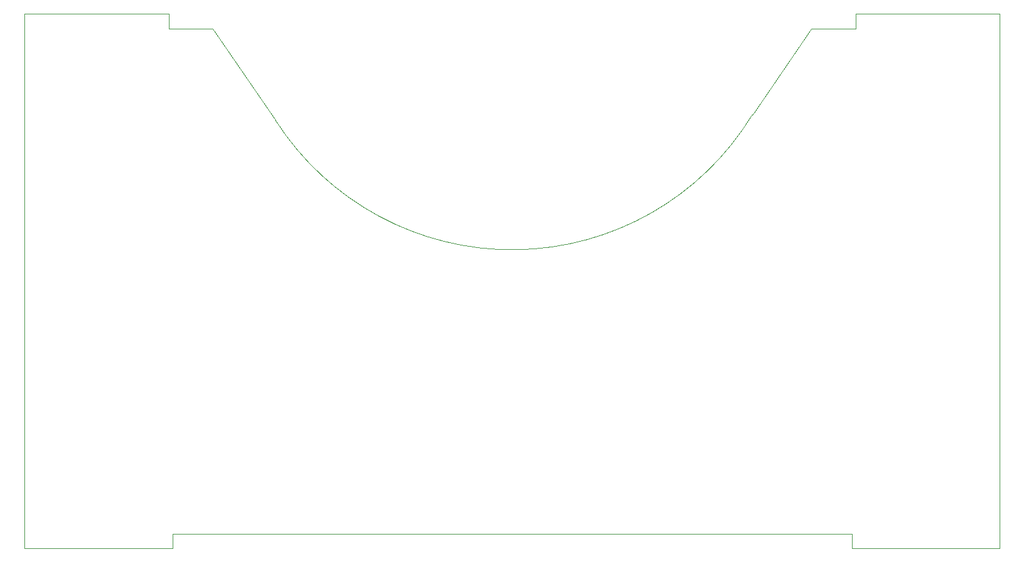
<source format=gbr>
%TF.GenerationSoftware,KiCad,Pcbnew,(5.1.10)-1*%
%TF.CreationDate,2021-05-15T16:46:54+02:00*%
%TF.ProjectId,fetap,66657461-702e-46b6-9963-61645f706362,rev?*%
%TF.SameCoordinates,Original*%
%TF.FileFunction,Profile,NP*%
%FSLAX46Y46*%
G04 Gerber Fmt 4.6, Leading zero omitted, Abs format (unit mm)*
G04 Created by KiCad (PCBNEW (5.1.10)-1) date 2021-05-15 16:46:54*
%MOMM*%
%LPD*%
G01*
G04 APERTURE LIST*
%TA.AperFunction,Profile*%
%ADD10C,0.050000*%
%TD*%
G04 APERTURE END LIST*
D10*
X152000000Y-111500000D02*
X152000000Y-112500000D01*
X132000000Y-111500000D02*
X132000000Y-112500000D01*
X118493172Y-53708974D02*
X126500000Y-42000000D01*
X118493172Y-53708974D02*
G75*
G02*
X54000001Y-54499999I-32493172J19708974D01*
G01*
X45500000Y-42000000D02*
X54000000Y-54500000D01*
X132500000Y-42000000D02*
X126500000Y-42000000D01*
X132500000Y-40000000D02*
X132500000Y-42000000D01*
X39500000Y-42000000D02*
X45500000Y-42000000D01*
X39500000Y-40000000D02*
X39500000Y-42000000D01*
X20000000Y-40000000D02*
X39500000Y-40000000D01*
X152000000Y-40000000D02*
X132500000Y-40000000D01*
X152000000Y-111500000D02*
X152000000Y-40000000D01*
X132000000Y-112500000D02*
X152000000Y-112500000D01*
X132000000Y-110500000D02*
X132000000Y-111500000D01*
X40000000Y-112500000D02*
X40000000Y-110500000D01*
X20000000Y-112500000D02*
X40000000Y-112500000D01*
X40000000Y-110500000D02*
X132000000Y-110500000D01*
X20000000Y-40000000D02*
X20000000Y-112500000D01*
M02*

</source>
